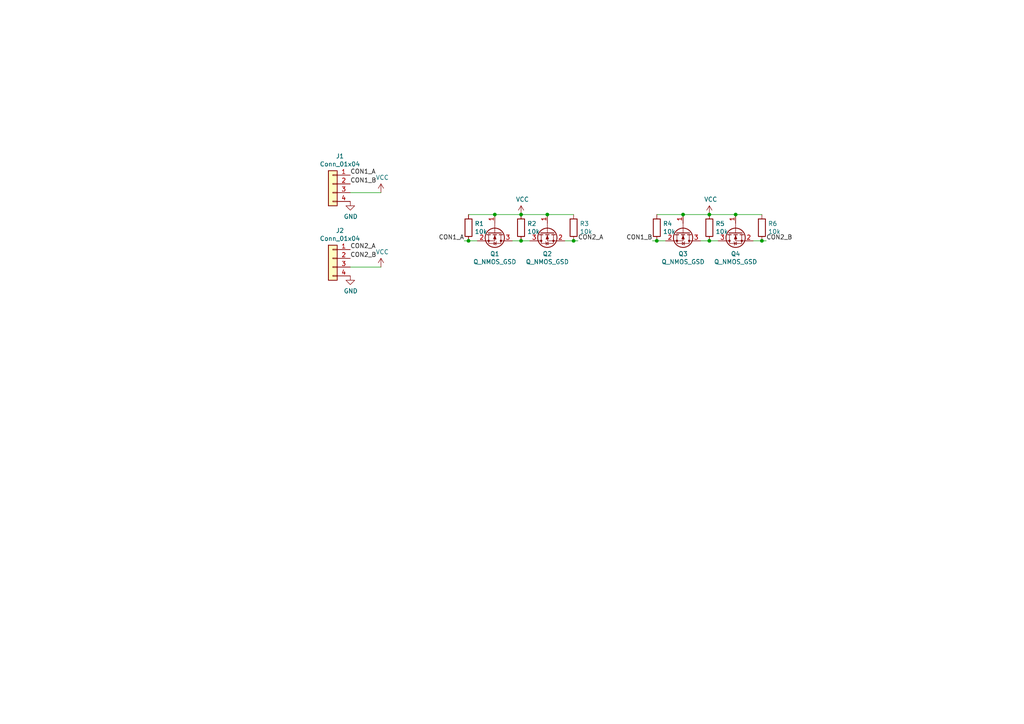
<source format=kicad_sch>
(kicad_sch (version 20230121) (generator eeschema)
  (paper "A4")
  (lib_symbols
    (symbol "Connector_Generic:Conn_01x04" (pin_names (offset 1.016) hide)
      (property "Reference" "J" (at 0 5.08 0))
      (property "Value" "Conn_01x04" (at 0 -7.62 0))
      (symbol "Conn_01x04_1_1"
        (rectangle (start -1.27 -4.953) (end 0 -5.207) (stroke (width 0.1524)))
        (rectangle (start -1.27 -2.413) (end 0 -2.667) (stroke (width 0.1524)))
        (rectangle (start -1.27 0.127) (end 0 -0.127) (stroke (width 0.1524)))
        (rectangle (start -1.27 2.667) (end 0 2.413) (stroke (width 0.1524)))
        (rectangle (start -1.27 3.81) (end 1.27 -6.35) (stroke (width 0.254)) (fill (type background)))
        (pin passive line (at -5.08 2.54 0) (length 3.81) (name "Pin_1") (number "1"))
        (pin passive line (at -5.08 0 0) (length 3.81) (name "Pin_2") (number "2"))
        (pin passive line (at -5.08 -2.54 0) (length 3.81) (name "Pin_3") (number "3"))
        (pin passive line (at -5.08 -5.08 0) (length 3.81) (name "Pin_4") (number "4"))
      )
    )
    (symbol "Device:Q_NMOS_GSD" (pin_names (offset 0) hide)
      (property "Reference" "Q" (at 5.08 1.27 0))
      (property "Value" "Q_NMOS_GSD" (at 5.08 -1.27 0))
      (symbol "Q_NMOS_GSD_0_1"
        (polyline (pts (xy 0.254 0) (xy -2.54 0)))
        (polyline (pts (xy 0.254 1.905) (xy 0.254 -1.905)) (stroke (width 0.254)))
        (polyline (pts (xy 0.762 -1.27) (xy 0.762 -2.286)) (stroke (width 0.254)))
        (polyline (pts (xy 0.762 0.508) (xy 0.762 -0.508)) (stroke (width 0.254)))
        (polyline (pts (xy 0.762 2.286) (xy 0.762 1.27)) (stroke (width 0.254)))
        (polyline (pts (xy 2.54 2.54) (xy 2.54 1.778)))
        (polyline (pts (xy 2.54 -2.54) (xy 2.54 0) (xy 0.762 0)))
        (polyline (pts (xy 0.762 -1.778) (xy 3.302 -1.778) (xy 3.302 1.778) (xy 0.762 1.778)))
        (polyline (pts (xy 1.016 0) (xy 2.032 0.381) (xy 2.032 -0.381) (xy 1.016 0)) (fill (type outline)))
        (polyline (pts (xy 2.794 0.508) (xy 2.921 0.381) (xy 3.683 0.381) (xy 3.81 0.254)))
        (polyline (pts (xy 3.302 0.381) (xy 2.921 -0.254) (xy 3.683 -0.254) (xy 3.302 0.381)))
        (circle (center 1.651 0) (radius 2.794) (stroke (width 0.254)))
        (circle (center 2.54 -1.778) (radius 0.254) (fill (type outline)))
        (circle (center 2.54 1.778) (radius 0.254) (fill (type outline)))
      )
      (symbol "Q_NMOS_GSD_1_1"
        (pin input line (at -5.08 0 0) (length 2.54) (name "G") (number "1"))
        (pin passive line (at 2.54 -5.08 90) (length 2.54) (name "S") (number "2"))
        (pin passive line (at 2.54 5.08 270) (length 2.54) (name "D") (number "3"))
      )
    )
    (symbol "Device:R" (pin_numbers hide) (pin_names (offset 0))
      (property "Reference" "R" (at 2.032 0 90))
      (property "Value" "R" (at 0 0 90))
      (symbol "R_0_1"
        (rectangle (start -1.016 -2.54) (end 1.016 2.54) (stroke (width 0.254)))
      )
      (symbol "R_1_1"
        (pin passive line (at 0 3.81 270) (length 1.27) (name "~") (number "1"))
        (pin passive line (at 0 -3.81 90) (length 1.27) (name "~") (number "2"))
      )
    )
    (symbol "power:GND" (power) (pin_names (offset 0))
      (property "Value" "GND" (at 0 -3.81 0))
      (symbol "GND_0_1"
        (polyline (pts (xy 0 0) (xy 0 -1.27) (xy 1.27 -1.27) (xy 0 -2.54) (xy -1.27 -1.27) (xy 0 -1.27)))
      )
      (symbol "GND_1_1"
        (pin power_in line (at 0 0 270) (length 0) hide (name "GND") (number "1"))
      )
    )
    (symbol "power:VCC" (power) (pin_names (offset 0))
      (property "Value" "VCC" (at 0 3.81 0))
      (symbol "VCC_0_1"
        (polyline (pts (xy -0.762 1.27) (xy 0 2.54)))
        (polyline (pts (xy 0 0) (xy 0 2.54)))
        (polyline (pts (xy 0 2.54) (xy 0.762 1.27)))
      )
      (symbol "VCC_1_1"
        (pin power_in line (at 0 0 90) (length 0) hide (name "VCC") (number "1"))
      )
    )
  )
  (junction (at 166.37 69.85))
  (junction (at 205.74 62.23))
  (junction (at 135.89 69.85))
  (junction (at 213.36 62.23))
  (junction (at 205.74 69.85))
  (junction (at 143.51 62.23))
  (junction (at 151.13 69.85))
  (junction (at 151.13 62.23))
  (junction (at 198.12 62.23))
  (junction (at 220.98 69.85))
  (junction (at 190.5 69.85))
  (junction (at 158.75 62.23))
  (wire (pts (xy 205.74 69.85) (xy 208.28 69.85)))
  (wire (pts (xy 189.23 69.85) (xy 190.5 69.85)))
  (wire (pts (xy 218.44 69.85) (xy 220.98 69.85)))
  (wire (pts (xy 190.5 62.23) (xy 198.12 62.23)))
  (wire (pts (xy 101.6 77.47) (xy 110.49 77.47)))
  (wire (pts (xy 158.75 62.23) (xy 151.13 62.23)))
  (wire (pts (xy 190.5 69.85) (xy 193.04 69.85)))
  (wire (pts (xy 213.36 62.23) (xy 205.74 62.23)))
  (wire (pts (xy 134.62 69.85) (xy 135.89 69.85)))
  (wire (pts (xy 213.36 62.23) (xy 220.98 62.23)))
  (wire (pts (xy 163.83 69.85) (xy 166.37 69.85)))
  (wire (pts (xy 101.6 55.88) (xy 110.49 55.88)))
  (wire (pts (xy 151.13 69.85) (xy 153.67 69.85)))
  (wire (pts (xy 151.13 62.23) (xy 143.51 62.23)))
  (wire (pts (xy 220.98 69.85) (xy 222.25 69.85)))
  (wire (pts (xy 135.89 69.85) (xy 138.43 69.85)))
  (wire (pts (xy 135.89 62.23) (xy 143.51 62.23)))
  (wire (pts (xy 205.74 62.23) (xy 198.12 62.23)))
  (wire (pts (xy 166.37 69.85) (xy 167.64 69.85)))
  (wire (pts (xy 203.2 69.85) (xy 205.74 69.85)))
  (wire (pts (xy 158.75 62.23) (xy 166.37 62.23)))
  (wire (pts (xy 148.59 69.85) (xy 151.13 69.85)))
  (label "CON2_A" (at 167.64 69.85 0))
  (label "CON2_B" (at 222.25 69.85 0))
  (label "CON2_B" (at 101.6 74.93 0))
  (label "CON1_B" (at 189.23 69.85 180))
  (label "CON1_B" (at 101.6 53.34 0))
  (label "CON2_A" (at 101.6 72.39 0))
  (label "CON1_A" (at 101.6 50.8 0))
  (label "CON1_A" (at 134.62 69.85 180))
  (symbol (lib_id "Connector_Generic:Conn_01x04") (at 96.52 53.34 0) (mirror y) (unit 1)
    (property "Reference" "J1" (at 98.6028 45.2882 0))
    (property "Value" "Conn_01x04" (at 98.6028 47.5996 0))
    (property "Footprint" "my-kicad-footprints:NS-Tech_Grove_1x04_P2mm_Horizontal" (effects hide))
  )
  (symbol (lib_id "power:VCC") (at 110.49 55.88 0) (unit 1)
    (property "Reference" "#PWR0101" (effects hide))
    (property "Value" "VCC" (at 110.871 51.4858 0))
  )
  (symbol (lib_id "power:GND") (at 101.6 58.42 0) (unit 1)
    (property "Reference" "#PWR0102" (effects hide))
    (property "Value" "GND" (at 101.727 62.8142 0))
  )
  (symbol (lib_id "Connector_Generic:Conn_01x04") (at 96.52 74.93 0) (mirror y) (unit 1)
    (property "Reference" "J2" (at 98.6028 66.8782 0))
    (property "Value" "Conn_01x04" (at 98.6028 69.1896 0))
    (property "Footprint" "my-kicad-footprints:NS-Tech_Grove_1x04_P2mm_Horizontal" (effects hide))
  )
  (symbol (lib_id "power:VCC") (at 110.49 77.47 0) (unit 1)
    (property "Reference" "#PWR0103" (effects hide))
    (property "Value" "VCC" (at 110.871 73.0758 0))
  )
  (symbol (lib_id "power:GND") (at 101.6 80.01 0) (unit 1)
    (property "Reference" "#PWR0104" (effects hide))
    (property "Value" "GND" (at 101.727 84.4042 0))
  )
  (symbol (lib_id "Device:Q_NMOS_GSD") (at 143.51 67.31 270) (unit 1)
    (property "Reference" "Q1" (at 143.51 73.6346 90))
    (property "Value" "Q_NMOS_GSD" (at 143.51 75.946 90))
    (property "Footprint" "Package_TO_SOT_SMD:SOT-23" (effects hide))
  )
  (symbol (lib_id "Device:Q_NMOS_GSD") (at 158.75 67.31 90) (mirror x) (unit 1)
    (property "Reference" "Q2" (at 158.75 73.6346 90))
    (property "Value" "Q_NMOS_GSD" (at 158.75 75.946 90))
    (property "Footprint" "Package_TO_SOT_SMD:SOT-23" (effects hide))
  )
  (symbol (lib_id "power:VCC") (at 151.13 62.23 0) (unit 1)
    (property "Reference" "#PWR0105" (effects hide))
    (property "Value" "VCC" (at 151.511 57.8358 0))
  )
  (symbol (lib_id "Device:R") (at 135.89 66.04 180) (unit 1)
    (property "Reference" "R1" (at 137.668 64.8716 0) (effects (justify right)))
    (property "Value" "10k" (at 137.668 67.183 0) (effects (justify right)))
    (property "Footprint" "Resistor_SMD:R_0603_1608Metric" (effects hide))
  )
  (symbol (lib_id "Device:R") (at 151.13 66.04 0) (unit 1)
    (property "Reference" "R2" (at 152.908 64.8716 0) (effects (justify left)))
    (property "Value" "10k" (at 152.908 67.183 0) (effects (justify left)))
    (property "Footprint" "Resistor_SMD:R_0603_1608Metric" (effects hide))
  )
  (symbol (lib_id "Device:R") (at 166.37 66.04 0) (unit 1)
    (property "Reference" "R3" (at 168.148 64.8716 0) (effects (justify left)))
    (property "Value" "10k" (at 168.148 67.183 0) (effects (justify left)))
    (property "Footprint" "Resistor_SMD:R_0603_1608Metric" (effects hide))
  )
  (symbol (lib_id "Device:Q_NMOS_GSD") (at 198.12 67.31 270) (unit 1)
    (property "Reference" "Q3" (at 198.12 73.6346 90))
    (property "Value" "Q_NMOS_GSD" (at 198.12 75.946 90))
    (property "Footprint" "Package_TO_SOT_SMD:SOT-23" (effects hide))
  )
  (symbol (lib_id "Device:Q_NMOS_GSD") (at 213.36 67.31 90) (mirror x) (unit 1)
    (property "Reference" "Q4" (at 213.36 73.6346 90))
    (property "Value" "Q_NMOS_GSD" (at 213.36 75.946 90))
    (property "Footprint" "Package_TO_SOT_SMD:SOT-23" (effects hide))
  )
  (symbol (lib_id "power:VCC") (at 205.74 62.23 0) (unit 1)
    (property "Reference" "#PWR0106" (effects hide))
    (property "Value" "VCC" (at 206.121 57.8358 0))
  )
  (symbol (lib_id "Device:R") (at 190.5 66.04 180) (unit 1)
    (property "Reference" "R4" (at 192.278 64.8716 0) (effects (justify right)))
    (property "Value" "10k" (at 192.278 67.183 0) (effects (justify right)))
    (property "Footprint" "Resistor_SMD:R_0603_1608Metric" (effects hide))
  )
  (symbol (lib_id "Device:R") (at 205.74 66.04 0) (unit 1)
    (property "Reference" "R5" (at 207.518 64.8716 0) (effects (justify left)))
    (property "Value" "10k" (at 207.518 67.183 0) (effects (justify left)))
    (property "Footprint" "Resistor_SMD:R_0603_1608Metric" (effects hide))
  )
  (symbol (lib_id "Device:R") (at 220.98 66.04 0) (unit 1)
    (property "Reference" "R6" (at 222.758 64.8716 0) (effects (justify left)))
    (property "Value" "10k" (at 222.758 67.183 0) (effects (justify left)))
    (property "Footprint" "Resistor_SMD:R_0603_1608Metric" (effects hide))
  )
)
</source>
